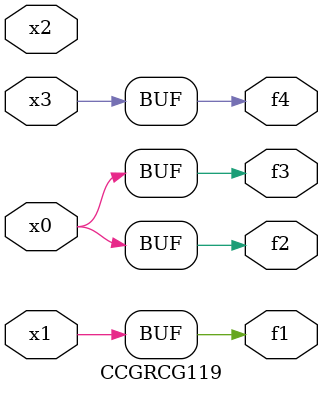
<source format=v>
module CCGRCG119(
	input x0, x1, x2, x3,
	output f1, f2, f3, f4
);
	assign f1 = x1;
	assign f2 = x0;
	assign f3 = x0;
	assign f4 = x3;
endmodule

</source>
